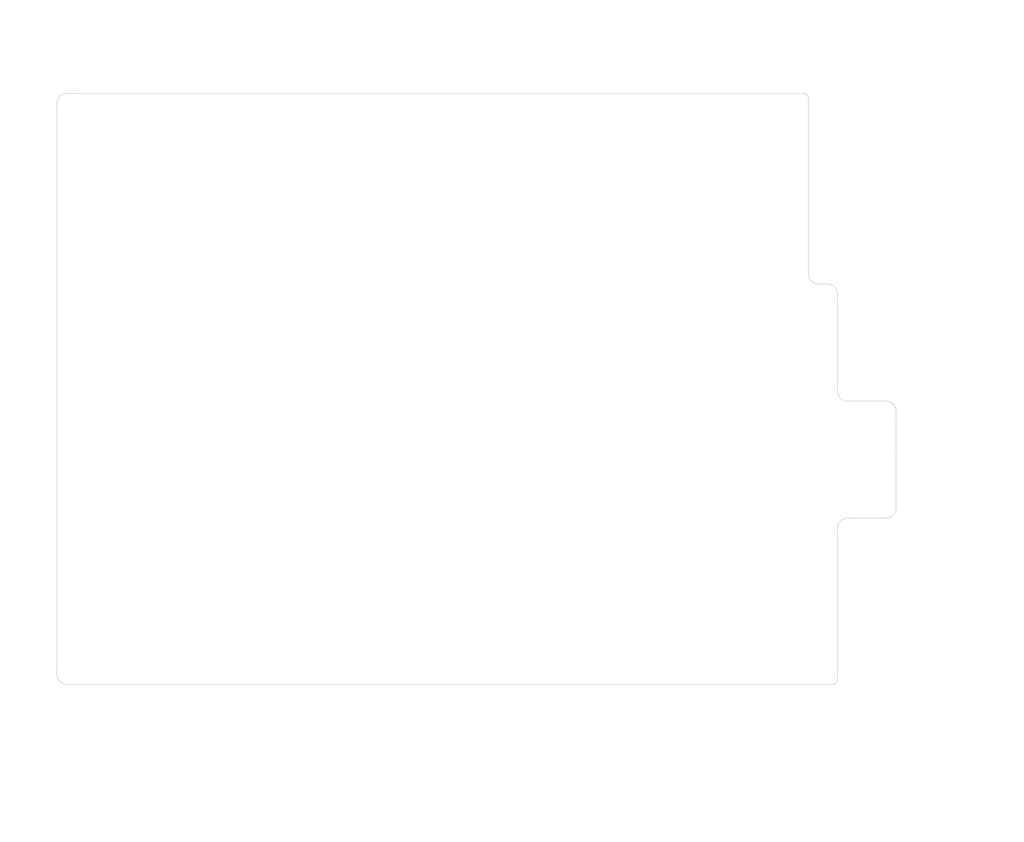
<source format=kicad_pcb>
(kicad_pcb (version 20211014) (generator pcbnew)
  (layers (0 "F.Cu" signal) (31 "B.Cu" signal) (34 "B.Paste" user) (35 "F.Paste" user) (36 "B.SilkS" user "B.Silkscreen") (37 "F.SilkS" user "F.Silkscreen") (38 "B.Mask" user) (39 "F.Mask" user) (44 "Edge.Cuts" user))
  (net 0 "")
  (net 1 "GND")
  (footprint "Mounting_Holes:MountingHole_2.2mm_M2" (layer "F.Cu") (at 138.275 112.325)
    (fp_text reference "REF**" hide)
    (fp_text value "MountingHole_2.2mm_M2" hide)
    (pad "" np_thru_hole circle locked (at 0 0) (size 2.2 2.2) (drill 2.2) (layers *.Cu *.Mask))
  )
  (footprint "Mounting_Holes:MountingHole_2.2mm_M2" (layer "F.Cu") (at 19.65 111.9)
    (fp_text reference "REF**" hide)
    (fp_text value "MountingHole_2.2mm_M2" hide)
    (pad "" np_thru_hole circle locked (at 0 0) (size 2.2 2.2) (drill 2.2) (layers *.Cu *.Mask))
  )
  (footprint "Mounting_Holes:MountingHole_2.2mm_M2" (layer "F.Cu") (at 19.225 70.25)
    (fp_text reference "REF**" hide)
    (fp_text value "MountingHole_2.2mm_M2" hide)
    (pad "" np_thru_hole circle locked (at 0 0) (size 2.2 2.2) (drill 2.2) (layers *.Cu *.Mask))
  )
  (footprint "Mounting_Holes:MountingHole_2.2mm_M2" (layer "F.Cu") (at 19.65 24.575)
    (fp_text reference "REF**" hide)
    (fp_text value "MountingHole_2.2mm_M2" hide)
    (pad "" np_thru_hole circle locked (at 0 0) (size 2.2 2.2) (drill 2.2) (layers *.Cu *.Mask))
  )
  (footprint "Mounting_Holes:MountingHole_2.2mm_M2" (layer "F.Cu") (at 133.525 24.125)
    (fp_text reference "REF**" hide)
    (fp_text value "MountingHole_2.2mm_M2" hide)
    (pad "" np_thru_hole circle locked (at 0 0) (size 2.2 2.2) (drill 2.2) (layers *.Cu *.Mask))
  )
  (gr_line (start 138.05209 50.767818) (end 137.954462 50.672255) (layer "Edge.Cuts") (width 0.1))
  (gr_line (start 16.26622 20.232464) (end 16.145786 20.280179) (layer "Edge.Cuts") (width 0.1))
  (gr_line (start 142.263039 115.677047) (end 142.271628 115.619494) (layer "Edge.Cuts") (width 0.1))
  (gr_line (start 15.747672 115.91456) (end 15.852111 116.001967) (layer "Edge.Cuts") (width 0.1))
  (gr_line (start 15.336244 21.138316) (end 15.296463 21.259553) (layer "Edge.Cuts") (width 0.1))
  (gr_line (start 17.42725 116.330417) (end 18.136582 116.330409) (layer "Edge.Cuts") (width 0.1))
  (gr_line (start 15.561535 115.715265) (end 15.650424 115.818604) (layer "Edge.Cuts") (width 0.1))
  (gr_line (start 149.929491 89.279177) (end 149.989267 89.279177) (layer "Edge.Cuts") (width 0.1))
  (gr_line (start 140.000993 51.179177) (end 139.934145 51.179177) (layer "Edge.Cuts") (width 0.1))
  (gr_line (start 143.035657 89.522876) (end 143.151389 89.457205) (layer "Edge.Cuts") (width 0.1))
  (gr_line (start 144.163619 89.279177) (end 144.219305 89.279177) (layer "Edge.Cuts") (width 0.1))
  (gr_line (start 144.187086 70.229177) (end 144.130961 70.229177) (layer "Edge.Cuts") (width 0.1))
  (gr_line (start 138.862585 51.148675) (end 138.744205 51.126118) (layer "Edge.Cuts") (width 0.1))
  (gr_line (start 151.806322 75.628405) (end 151.806322 74.650241) (layer "Edge.Cuts") (width 0.1))
  (gr_line (start 95.151692 116.329645) (end 105.438438 116.329543) (layer "Edge.Cuts") (width 0.1))
  (gr_line (start 144.540732 70.229177) (end 144.410394 70.229177) (layer "Edge.Cuts") (width 0.1))
  (gr_line (start 145.877663 89.279177) (end 146.335754 89.279177) (layer "Edge.Cuts") (width 0.1))
  (gr_line (start 142.281322 67.150658) (end 142.281322 66.550499) (layer "Edge.Cuts") (width 0.1))
  (gr_line (start 142.971319 69.942757) (end 142.863576 69.860302) (layer "Edge.Cuts") (width 0.1))
  (gr_line (start 138.976252 51.163715) (end 138.862585 51.148675) (layer "Edge.Cuts") (width 0.1))
  (gr_line (start 147.996792 70.229177) (end 147.523393 70.229177) (layer "Edge.Cuts") (width 0.1))
  (gr_line (start 127.055898 20.129177) (end 122.016103 20.129177) (layer "Edge.Cuts") (width 0.1))
  (gr_line (start 15.650424 115.818604) (end 15.747672 115.91456) (layer "Edge.Cuts") (width 0.1))
  (gr_line (start 142.281322 63.62368) (end 142.281322 62.355702) (layer "Edge.Cuts") (width 0.1))
  (gr_line (start 137.613452 50.106484) (end 137.579233 49.985346) (layer "Edge.Cuts") (width 0.1))
  (gr_line (start 136.590408 20.129177) (end 136.446718 20.129177) (layer "Edge.Cuts") (width 0.1))
  (gr_line (start 142.281322 115.338884) (end 142.281322 115.334274) (layer "Edge.Cuts") (width 0.1))
  (gr_line (start 141.90503 116.207614) (end 141.960397 116.169367) (layer "Edge.Cuts") (width 0.1))
  (gr_line (start 151.806322 79.367824) (end 151.806322 78.038392) (layer "Edge.Cuts") (width 0.1))
  (gr_line (start 137.518822 48.43772) (end 137.518822 47.851712) (layer "Edge.Cuts") (width 0.1))
  (gr_line (start 144.244848 70.229177) (end 144.187086 70.229177) (layer "Edge.Cuts") (width 0.1))
  (gr_line (start 137.51823 20.970419) (end 137.516405 20.923125) (layer "Edge.Cuts") (width 0.1))
  (gr_line (start 148.433061 70.229177) (end 147.996792 70.229177) (layer "Edge.Cuts") (width 0.1))
  (gr_line (start 150.707766 89.192707) (end 150.828822 89.149989) (layer "Edge.Cuts") (width 0.1))
  (gr_line (start 32.009482 20.129176) (end 26.898409 20.129176) (layer "Edge.Cuts") (width 0.1))
  (gr_line (start 105.438438 116.329543) (end 114.690722 116.329451) (layer "Edge.Cuts") (width 0.1))
  (gr_line (start 137.505899 20.815023) (end 137.495698 20.756447) (layer "Edge.Cuts") (width 0.1))
  (gr_line (start 150.189722 70.23273) (end 150.097897 70.229888) (layer "Edge.Cuts") (width 0.1))
  (gr_line (start 137.518822 47.851712) (end 137.518822 47.033105) (layer "Edge.Cuts") (width 0.1))
  (gr_line (start 137.518822 44.528531) (end 137.518822 42.814018) (layer "Edge.Cuts") (width 0.1))
  (gr_line (start 138.267578 50.931955) (end 138.156851 50.854774) (layer "Edge.Cuts") (width 0.1))
  (gr_line (start 141.450152 116.328337) (end 141.498553 116.326143) (layer "Edge.Cuts") (width 0.1))
  (gr_line (start 142.284198 90.9116) (end 142.290005 90.810965) (layer "Edge.Cuts") (width 0.1))
  (gr_line (start 151.806322 87.409879) (end 151.806322 87.338959) (layer "Edge.Cuts") (width 0.1))
  (gr_line (start 137.516405 20.923125) (end 137.512548 20.870954) (layer "Edge.Cuts") (width 0.1))
  (gr_line (start 16.438868 116.276036) (end 16.557423 116.299001) (layer "Edge.Cuts") (width 0.1))
  (gr_line (start 16.557423 116.299001) (end 16.671374 116.314375) (layer "Edge.Cuts") (width 0.1))
  (gr_line (start 142.668993 69.669074) (end 142.584488 69.562635) (layer "Edge.Cuts") (width 0.1))
  (gr_line (start 150.828822 89.149989) (end 150.947817 89.09521) (layer "Edge.Cuts") (width 0.1))
  (gr_line (start 142.281322 68.112156) (end 142.281322 67.904006) (layer "Edge.Cuts") (width 0.1))
  (gr_line (start 15.219375 106.285287) (end 15.219375 109.322761) (layer "Edge.Cuts") (width 0.1))
  (gr_line (start 143.443472 70.160766) (end 143.322207 70.123819) (layer "Edge.Cuts") (width 0.1))
  (gr_line (start 151.801206 71.814957) (end 151.793239 71.710008) (layer "Edge.Cuts") (width 0.1))
  (gr_line (start 151.414256 70.784212) (end 151.320429 70.684966) (layer "Edge.Cuts") (width 0.1))
  (gr_line (start 142.721579 89.781216) (end 142.819585 89.686049) (layer "Edge.Cuts") (width 0.1))
  (gr_line (start 15.219375 24.066457) (end 15.219375 25.798074) (layer "Edge.Cuts") (width 0.1))
  (gr_line (start 144.844896 89.279177) (end 145.118388 89.279177) (layer "Edge.Cuts") (width 0.1))
  (gr_line (start 137.518822 36.641593) (end 137.518822 34.513916) (layer "Edge.Cuts") (width 0.1))
  (gr_line (start 142.281322 53.637809) (end 142.281322 53.384029) (layer "Edge.Cuts") (width 0.1))
  (gr_line (start 139.339089 51.179177) (end 139.266623 51.17897) (layer "Edge.Cuts") (width 0.1))
  (gr_line (start 142.186692 52.25187) (end 142.14151 52.131074) (layer "Edge.Cuts") (width 0.1))
  (gr_line (start 26.898409 20.129176) (end 23.121398 20.129176) (layer "Edge.Cuts") (width 0.1))
  (gr_line (start 142.281322 55.206594) (end 142.281322 54.521611) (layer "Edge.Cuts") (width 0.1))
  (gr_line (start 151.729234 71.359555) (end 151.689454 71.238317) (layer "Edge.Cuts") (width 0.1))
  (gr_line (start 142.278631 52.816291) (end 142.273029 52.716131) (layer "Edge.Cuts") (width 0.1))
  (gr_line (start 15.21947 21.893641) (end 15.219375 21.963463) (layer "Edge.Cuts") (width 0.1))
  (gr_line (start 137.518822 42.814018) (end 137.518822 40.873472) (layer "Edge.Cuts") (width 0.1))
  (gr_line (start 16.733796 20.139241) (end 16.623496 20.150947) (layer "Edge.Cuts") (width 0.1))
  (gr_line (start 146.068375 70.229177) (end 145.634417 70.229177) (layer "Edge.Cuts") (width 0.1))
  (gr_line (start 137.518822 34.513916) (end 137.518822 28.487518) (layer "Edge.Cuts") (width 0.1))
  (gr_line (start 151.798406 87.737078) (end 151.803808 87.637398) (layer "Edge.Cuts") (width 0.1))
  (gr_line (start 141.417041 51.36016) (end 141.297899 51.305992) (layer "Edge.Cuts") (width 0.1))
  (gr_line (start 16.835976 20.132729) (end 16.733796 20.139241) (layer "Edge.Cuts") (width 0.1))
  (gr_line (start 142.584488 69.562635) (end 142.510064 69.450536) (layer "Edge.Cuts") (width 0.1))
  (gr_line (start 15.219375 22.969105) (end 15.219375 24.066457) (layer "Edge.Cuts") (width 0.1))
  (gr_line (start 142.631817 89.883881) (end 142.721579 89.781216) (layer "Edge.Cuts") (width 0.1))
  (gr_line (start 139.508326 51.179177) (end 139.4782 51.179177) (layer "Edge.Cuts") (width 0.1))
  (gr_line (start 137.579233 49.985346) (end 137.554452 49.8661) (layer "Edge.Cuts") (width 0.1))
  (gr_line (start 142.281322 66.550499) (end 142.281322 65.76471) (layer "Edge.Cuts") (width 0.1))
  (gr_line (start 150.402202 70.250949) (end 150.291901 70.239242) (layer "Edge.Cuts") (width 0.1))
  (gr_line (start 137.518822 49.311621) (end 137.518822 49.228079) (layer "Edge.Cuts") (width 0.1))
  (gr_line (start 84.252572 116.329753) (end 95.151692 116.329645) (layer "Edge.Cuts") (width 0.1))
  (gr_line (start 137.518822 49.08311) (end 137.518822 48.833921) (layer "Edge.Cuts") (width 0.1))
  (gr_line (start 15.278359 115.130666) (end 15.31208 115.251764) (layer "Edge.Cuts") (width 0.1))
  (gr_line (start 146.540388 70.229177) (end 146.068375 70.229177) (layer "Edge.Cuts") (width 0.1))
  (gr_line (start 142.282509 68.54371) (end 142.281399 68.460957) (layer "Edge.Cuts") (width 0.1))
  (gr_line (start 151.806322 72.126166) (end 151.806322 72.063016) (layer "Edge.Cuts") (width 0.1))
  (gr_line (start 151.612198 88.43986) (end 151.669012 88.321381) (layer "Edge.Cuts") (width 0.1))
  (gr_line (start 142.510064 69.450536) (end 142.446889 69.333945) (layer "Edge.Cuts") (width 0.1))
  (gr_line (start 142.281322 53.04541) (end 142.28132 52.981882) (layer "Edge.Cuts") (width 0.1))
  (gr_line (start 151.173595 88.950716) (end 151.278033 88.86331) (layer "Edge.Cuts") (width 0.1))
  (gr_line (start 143.151389 89.457205) (end 143.270673 89.403649) (layer "Edge.Cuts") (width 0.1))
  (gr_line (start 151.806322 86.80529) (end 151.806322 86.428829) (layer "Edge.Cuts") (width 0.1))
  (gr_line (start 23.121398 20.129176) (end 20.473628 20.129176) (layer "Edge.Cuts") (width 0.1))
  (gr_line (start 15.219375 22.069525) (end 15.219375 22.3541) (layer "Edge.Cuts") (width 0.1))
  (gr_line (start 142.281322 54.521611) (end 142.281322 54.007843) (layer "Edge.Cuts") (width 0.1))
  (gr_line (start 137.954462 50.672255) (end 137.865136 50.569252) (layer "Edge.Cuts") (width 0.1))
  (gr_line (start 138.156851 50.854774) (end 138.05209 50.767818) (layer "Edge.Cuts") (width 0.1))
  (gr_line (start 141.935009 51.789102) (end 141.845683 51.686099) (layer "Edge.Cuts") (width 0.1))
  (gr_line (start 151.806322 76.774852) (end 151.806322 75.628405) (layer "Edge.Cuts") (width 0.1))
  (gr_line (start 15.91482 20.411798) (end 15.806784 20.493771) (layer "Edge.Cuts") (width 0.1))
  (gr_line (start 137.518822 49.228079) (end 137.518822 49.08311) (layer "Edge.Cuts") (width 0.1))
  (gr_line (start 140.989306 116.32919) (end 141.294712 116.329187) (layer "Edge.Cuts") (width 0.1))
  (gr_line (start 142.327652 68.972413) (end 142.307215 68.855053) (layer "Edge.Cuts") (width 0.1))
  (gr_line (start 144.366277 89.279177) (end 144.480118 89.279177) (layer "Edge.Cuts") (width 0.1))
  (gr_line (start 15.219375 96.990726) (end 15.219375 102.222549) (layer "Edge.Cuts") (width 0.1))
  (gr_line (start 151.806322 86.428829) (end 151.806322 85.907283) (layer "Edge.Cuts") (width 0.1))
  (gr_line (start 142.281322 68.392268) (end 142.281322 68.328807) (layer "Edge.Cuts") (width 0.1))
  (gr_line (start 21.647726 116.330375) (end 24.875384 116.330343) (layer "Edge.Cuts") (width 0.1))
  (gr_line (start 151.278033 88.86331) (end 151.375279 88.767353) (layer "Edge.Cuts") (width 0.1))
  (gr_line (start 142.281322 113.563018) (end 142.281322 112.593802) (layer "Edge.Cuts") (width 0.1))
  (gr_line (start 141.608146 116.314418) (end 141.667109 116.303368) (layer "Edge.Cuts") (width 0.1))
  (gr_line (start 143.679848 70.206669) (end 143.56343 70.187875) (layer "Edge.Cuts") (width 0.1))
  (gr_line (start 15.296463 21.259553) (end 15.266921 21.380071) (layer "Edge.Cuts") (width 0.1))
  (gr_line (start 137.658635 50.22728) (end 137.613452 50.106484) (layer "Edge.Cuts") (width 0.1))
  (gr_line (start 142.28132 115.431615) (end 142.281322 115.400657) (layer "Edge.Cuts") (width 0.1))
  (gr_line (start 29.36833 116.330298) (end 35.339487 116.330239) (layer "Edge.Cuts") (width 0.1))
  (gr_line (start 151.806322 72.063016) (end 151.806227 71.993642) (layer "Edge.Cuts") (width 0.1))
  (gr_line (start 142.262557 52.607373) (end 142.245693 52.492254) (layer "Edge.Cuts") (width 0.1))
  (gr_line (start 142.281322 99.485591) (end 142.281322 97.554205) (layer "Edge.Cuts") (width 0.1))
  (gr_line (start 15.219375 52.769167) (end 15.219375 60.174272) (layer "Edge.Cuts") (width 0.1))
  (gr_line (start 150.638224 70.296037) (end 150.518388 70.269372) (layer "Edge.Cuts") (width 0.1))
  (gr_line (start 140.06395 51.179177) (end 140.000993 51.179177) (layer "Edge.Cuts") (width 0.1))
  (gr_line (start 142.307215 68.855053) (end 142.293894 68.742993) (layer "Edge.Cuts") (width 0.1))
  (gr_line (start 142.281322 115.239866) (end 142.281322 115.068826) (layer "Edge.Cuts") (width 0.1))
  (gr_line (start 142.281322 114.271317) (end 142.281322 113.563018) (layer "Edge.Cuts") (width 0.1))
  (gr_line (start 142.281322 115.400657) (end 142.281322 115.376839) (layer "Edge.Cuts") (width 0.1))
  (gr_line (start 142.281813 91.001514) (end 142.284198 90.9116) (layer "Edge.Cuts") (width 0.1))
  (gr_line (start 137.554452 49.8661) (end 137.537588 49.750981) (layer "Edge.Cuts") (width 0.1))
  (gr_line (start 151.806322 87.473098) (end 151.806322 87.409879) (layer "Edge.Cuts") (width 0.1))
  (gr_line (start 142.281322 68.244596) (end 142.281322 68.112156) (layer "Edge.Cuts") (width 0.1))
  (gr_line (start 150.468289 89.247753) (end 150.586843 89.224788) (layer "Edge.Cuts") (width 0.1))
  (gr_line (start 136.582546 116.329234) (end 138.845205 116.329211) (layer "Edge.Cuts") (width 0.1))
  (gr_line (start 151.574174 71.00219) (end 151.499227 70.890342) (layer "Edge.Cuts") (width 0.1))
  (gr_line (start 137.518822 26.644226) (end 137.518822 25.065867) (layer "Edge.Cuts") (width 0.1))
  (gr_line (start 144.952924 70.229177) (end 144.717816 70.229177) (layer "Edge.Cuts") (width 0.1))
  (gr_line (start 142.281322 91.997078) (end 142.281322 91.609098) (layer "Edge.Cuts") (width 0.1))
  (gr_line (start 137.537588 49.750981) (end 137.527116 49.642224) (layer "Edge.Cuts") (width 0.1))
  (gr_line (start 18.136582 116.330409) (end 19.472433 116.330396) (layer "Edge.Cuts") (width 0.1))
  (gr_line (start 140.717175 51.185592) (end 140.619639 51.181015) (layer "Edge.Cuts") (width 0.1))
  (gr_line (start 150.759477 70.332465) (end 150.638224 70.296037) (layer "Edge.Cuts") (width 0.1))
  (gr_line (start 15.219375 114.448274) (end 15.219376 114.524341) (layer "Edge.Cuts") (width 0.1))
  (gr_line (start 140.205713 51.179177) (end 140.167848 51.179177) (layer "Edge.Cuts") (width 0.1))
  (gr_line (start 142.281399 68.460957) (end 142.281322 68.392268) (layer "Edge.Cuts") (width 0.1))
  (gr_line (start 151.806322 87.338959) (end 151.806322 87.232875) (layer "Edge.Cuts") (width 0.1))
  (gr_line (start 15.962573 116.079656) (end 16.077891 116.14646) (layer "Edge.Cuts") (width 0.1))
  (gr_line (start 136.668238 20.129571) (end 136.628356 20.129189) (layer "Edge.Cuts") (width 0.1))
  (gr_line (start 140.461056 51.179177) (end 140.403387 51.179177) (layer "Edge.Cuts") (width 0.1))
  (gr_line (start 142.280887 52.90562) (end 142.278631 52.816291) (layer "Edge.Cuts") (width 0.1))
  (gr_line (start 15.413502 115.491109) (end 15.482171 115.60571) (layer "Edge.Cuts") (width 0.1))
  (gr_line (start 142.281322 62.355702) (end 142.281322 61.02435) (layer "Edge.Cuts") (width 0.1))
  (gr_line (start 136.938776 20.163322) (end 136.878903 20.149791) (layer "Edge.Cuts") (width 0.1))
  (gr_line (start 136.820797 20.140411) (end 136.765574 20.134421) (layer "Edge.Cuts") (width 0.1))
  (gr_line (start 15.526471 20.790341) (end 15.451524 20.902189) (layer "Edge.Cuts") (width 0.1))
  (gr_line (start 142.273029 52.716131) (end 142.262557 52.607373) (layer "Edge.Cuts") (width 0.1))
  (gr_line (start 142.281322 115.33109) (end 142.281322 115.313649) (layer "Edge.Cuts") (width 0.1))
  (gr_line (start 144.410394 70.229177) (end 144.315525 70.229177) (layer "Edge.Cuts") (width 0.1))
  (gr_line (start 151.771695 87.960323) (end 151.788209 87.845465) (layer "Edge.Cuts") (width 0.1))
  (gr_line (start 137.518822 22.853899) (end 137.518822 22.154306) (layer "Edge.Cuts") (width 0.1))
  (gr_line (start 137.518822 23.810469) (end 137.518822 22.853899) (layer "Edge.Cuts") (width 0.1))
  (gr_line (start 147.314951 89.279177) (end 147.798463 89.279177) (layer "Edge.Cuts") (width 0.1))
  (gr_line (start 143.322207 70.123819) (end 143.201871 70.075509) (layer "Edge.Cuts") (width 0.1))
  (gr_line (start 151.63793 71.118588) (end 151.574174 71.00219) (layer "Edge.Cuts") (width 0.1))
  (gr_line (start 142.281322 54.007843) (end 142.281322 53.637809) (layer "Edge.Cuts") (width 0.1))
  (gr_line (start 140.403387 51.179177) (end 140.358076 51.179177) (layer "Edge.Cuts") (width 0.1))
  (gr_line (start 150.062456 89.278935) (end 150.149187 89.277196) (layer "Edge.Cuts") (width 0.1))
  (gr_line (start 15.254003 115.011569) (end 15.278359 115.130666) (layer "Edge.Cuts") (width 0.1))
  (gr_line (start 137.519257 49.452734) (end 137.518824 49.376472) (layer "Edge.Cuts") (width 0.1))
  (gr_line (start 142.281322 91.143455) (end 142.281326 91.078471) (layer "Edge.Cuts") (width 0.1))
  (gr_line (start 15.852111 116.001967) (end 15.962573 116.079656) (layer "Edge.Cuts") (width 0.1))
  (gr_line (start 141.297899 51.305992) (end 141.176797 51.263833) (layer "Edge.Cuts") (width 0.1))
  (gr_line (start 142.343182 90.467077) (end 142.377906 90.345903) (layer "Edge.Cuts") (width 0.1))
  (gr_line (start 15.219375 21.963463) (end 15.219375 22.069525) (layer "Edge.Cuts") (width 0.1))
  (gr_line (start 15.219375 25.798074) (end 15.219375 28.315871) (layer "Edge.Cuts") (width 0.1))
  (gr_line (start 137.404654 20.517808) (end 137.367508 20.461858) (layer "Edge.Cuts") (width 0.1))
  (gr_line (start 15.356688 115.372629) (end 15.413502 115.491109) (layer "Edge.Cuts") (width 0.1))
  (gr_line (start 143.744181 89.294067) (end 143.8505 89.285275) (layer "Edge.Cuts") (width 0.1))
  (gr_line (start 139.799152 51.179177) (end 139.736195 51.179177) (layer "Edge.Cuts") (width 0.1))
  (gr_line (start 137.527116 49.642224) (end 137.521514 49.542063) (layer "Edge.Cuts") (width 0.1))
  (gr_line (start 145.465639 89.279177) (end 145.877663 89.279177) (layer "Edge.Cuts") (width 0.1))
  (gr_line (start 137.518822 28.487518) (end 137.518822 26.644226) (layer "Edge.Cuts") (width 0.1))
  (gr_line (start 15.219375 112.929587) (end 15.219375 113.802773) (layer "Edge.Cuts") (width 0.1))
  (gr_line (start 137.518822 21.046171) (end 137.518784 21.011722) (layer "Edge.Cuts") (width 0.1))
  (gr_line (start 143.947526 89.280878) (end 144.033025 89.279353) (layer "Edge.Cuts") (width 0.1))
  (gr_line (start 136.999301 20.181763) (end 136.938776 20.163322) (layer "Edge.Cuts") (width 0.1))
  (gr_line (start 150.247227 89.272434) (end 150.354339 89.263128) (layer "Edge.Cuts") (width 0.1))
  (gr_line (start 142.281322 56.089256) (end 142.281322 55.206594) (layer "Edge.Cuts") (width 0.1))
  (gr_line (start 15.219759 114.599903) (end 15.22189 114.688643) (layer "Edge.Cuts") (width 0.1))
  (gr_line (start 137.495698 20.756447) (end 137.481185 20.696341) (layer "Edge.Cuts") (width 0.1))
  (gr_line (start 141.532567 51.426399) (end 141.417041 51.36016) (layer "Edge.Cuts") (width 0.1))
  (gr_line (start 150.518388 70.269372) (end 150.402202 70.250949) (layer "Edge.Cuts") (width 0.1))
  (gr_line (start 15.219375 40.317677) (end 15.219375 46.050301) (layer "Edge.Cuts") (width 0.1))
  (gr_line (start 142.012816 116.126216) (end 142.061705 116.078742) (layer "Edge.Cuts") (width 0.1))
  (gr_line (start 16.077891 116.14646) (end 16.196887 116.201239) (layer "Edge.Cuts") (width 0.1))
  (gr_line (start 141.727364 116.287845) (end 141.787795 116.267091) (layer "Edge.Cuts") (width 0.1))
  (gr_line (start 142.281322 68.328807) (end 142.281322 68.244596) (layer "Edge.Cuts") (width 0.1))
  (gr_line (start 141.176797 51.263833) (end 141.055939 51.232236) (layer "Edge.Cuts") (width 0.1))
  (gr_line (start 151.806322 87.232875) (end 151.806322 87.064145) (layer "Edge.Cuts") (width 0.1))
  (gr_line (start 142.281322 115.34689) (end 142.281322 115.338884) (layer "Edge.Cuts") (width 0.1))
  (gr_line (start 142.28132 52.981882) (end 142.280887 52.90562) (layer "Edge.Cuts") (width 0.1))
  (gr_line (start 143.985508 70.228389) (end 143.893122 70.225402) (layer "Edge.Cuts") (width 0.1))
  (gr_line (start 140.291819 51.179177) (end 140.264522 51.179177) (layer "Edge.Cuts") (width 0.1))
  (gr_line (start 16.671374 116.314375) (end 16.778488 116.32368) (layer "Edge.Cuts") (width 0.1))
  (gr_line (start 151.806322 83.239447) (end 151.806322 82.019554) (layer "Edge.Cuts") (width 0.1))
  (gr_line (start 140.533521 51.179384) (end 140.461056 51.179177) (layer "Edge.Cuts") (width 0.1))
  (gr_line (start 137.518822 45.939107) (end 137.518822 44.528531) (layer "Edge.Cuts") (width 0.1))
  (gr_line (start 16.196887 116.201239) (end 16.317945 116.243957) (layer "Edge.Cuts") (width 0.1))
  (gr_line (start 138.623347 51.094521) (end 138.502245 51.052362) (layer "Edge.Cuts") (width 0.1))
  (gr_line (start 144.104764 89.279177) (end 144.163619 89.279177) (layer "Edge.Cuts") (width 0.1))
  (gr_line (start 146.821115 89.279177) (end 147.314951 89.279177) (layer "Edge.Cuts") (width 0.1))
  (gr_line (start 140.120423 51.179177) (end 140.06395 51.179177) (layer "Edge.Cuts") (width 0.1))
  (gr_line (start 15.219375 90.655563) (end 15.219375 96.990726) (layer "Edge.Cuts") (width 0.1))
  (gr_line (start 136.628356 20.129189) (end 136.590408 20.129177) (layer "Edge.Cuts") (width 0.1))
  (gr_line (start 151.758777 71.480072) (end 151.729234 71.359555) (layer "Edge.Cuts") (width 0.1))
  (gr_line (start 137.518822 22.154306) (end 137.518822 21.669837) (layer "Edge.Cuts") (width 0.1))
  (gr_line (start 145.634417 70.229177) (end 145.257311 70.229177) (layer "Edge.Cuts") (width 0.1))
  (gr_line (start 139.679721 51.179177) (end 139.632297 51.179177) (layer "Edge.Cuts") (width 0.1))
  (gr_line (start 24.875384 116.330343) (end 29.36833 116.330298) (layer "Edge.Cuts") (width 0.1))
  (gr_line (start 141.643294 51.50358) (end 141.532567 51.426399) (layer "Edge.Cuts") (width 0.1))
  (gr_line (start 143.79049 70.21867) (end 143.679848 70.206669) (layer "Edge.Cuts") (width 0.1))
  (gr_line (start 142.281322 65.76471) (end 142.281322 64.777083) (layer "Edge.Cuts") (width 0.1))
  (gr_line (start 15.227292 114.788323) (end 15.237489 114.89671) (layer "Edge.Cuts") (width 0.1))
  (gr_line (start 137.512548 20.870954) (end 137.505899 20.815023) (layer "Edge.Cuts") (width 0.1))
  (gr_line (start 140.823893 51.194639) (end 140.717175 51.185592) (layer "Edge.Cuts") (width 0.1))
  (gr_line (start 150.354339 89.263128) (end 150.468289 89.247753) (layer "Edge.Cuts") (width 0.1))
  (gr_line (start 144.635898 89.279177) (end 144.844896 89.279177) (layer "Edge.Cuts") (width 0.1))
  (gr_line (start 149.989267 89.279177) (end 150.062456 89.278935) (layer "Edge.Cuts") (width 0.1))
  (gr_line (start 142.220912 52.373008) (end 142.186692 52.25187) (layer "Edge.Cuts") (width 0.1))
  (gr_line (start 15.219375 75.842894) (end 15.219375 83.506261) (layer "Edge.Cuts") (width 0.1))
  (gr_line (start 149.839715 70.229177) (end 149.768112 70.229177) (layer "Edge.Cuts") (width 0.1))
  (gr_line (start 149.671762 70.229177) (end 149.539389 70.229177) (layer "Edge.Cuts") (width 0.1))
  (gr_line (start 18.750277 20.129176) (end 17.746526 20.129176) (layer "Edge.Cuts") (width 0.1))
  (gr_line (start 142.395972 69.214091) (end 142.35673 69.092837) (layer "Edge.Cuts") (width 0.1))
  (gr_line (start 16.02821 20.340211) (end 15.91482 20.411798) (layer "Edge.Cuts") (width 0.1))
  (gr_line (start 140.619639 51.181015) (end 140.533521 51.179384) (layer "Edge.Cuts") (width 0.1))
  (gr_line (start 151.806322 85.213171) (end 151.806322 84.320422) (layer "Edge.Cuts") (width 0.1))
  (gr_line (start 142.281322 111.322755) (end 142.281322 109.72942) (layer "Edge.Cuts") (width 0.1))
  (gr_line (start 142.181369 115.916211) (end 142.210316 115.857273) (layer "Edge.Cuts") (width 0.1))
  (gr_line (start 142.271628 115.619494) (end 142.276991 115.565059) (layer "Edge.Cuts") (width 0.1))
  (gr_line (start 15.219375 60.174272) (end 15.219375 67.965539) (layer "Edge.Cuts") (width 0.1))
  (gr_line (start 16.317945 116.243957) (end 16.438868 116.276036) (layer "Edge.Cuts") (width 0.1))
  (gr_line (start 140.236878 51.179177) (end 140.205713 51.179177) (layer "Edge.Cuts") (width 0.1))
  (gr_line (start 150.149187 89.277196) (end 150.247227 89.272434) (layer "Edge.Cuts") (width 0.1))
  (gr_line (start 146.335754 89.279177) (end 146.821115 89.279177) (layer "Edge.Cuts") (width 0.1))
  (gr_line (start 15.387768 21.018586) (end 15.336244 21.138316) (layer "Edge.Cuts") (width 0.1))
  (gr_line (start 141.407501 116.329098) (end 141.450152 116.328337) (layer "Edge.Cuts") (width 0.1))
  (gr_line (start 17.746526 20.129176) (end 17.257553 20.129176) (layer "Edge.Cuts") (width 0.1))
  (gr_line (start 135.996709 20.129177) (end 135.036502 20.129177) (layer "Edge.Cuts") (width 0.1))
  (gr_line (start 17.078538 20.129176) (end 17.007035 20.129193) (layer "Edge.Cuts") (width 0.1))
  (gr_line (start 15.219375 114.258363) (end 15.219375 114.448274) (layer "Edge.Cuts") (width 0.1))
  (gr_line (start 15.224492 21.714955) (end 15.22067 21.810245) (layer "Edge.Cuts") (width 0.1))
  (gr_line (start 151.806322 73.874224) (end 151.806322 73.282485) (layer "Edge.Cuts") (width 0.1))
  (gr_line (start 142.281322 114.759615) (end 142.281322 114.271317) (layer "Edge.Cuts") (width 0.1))
  (gr_line (start 143.512604 89.330928) (end 143.630804 89.308776) (layer "Edge.Cuts") (width 0.1))
  (gr_line (start 142.863576 69.860302) (end 142.762412 69.768686) (layer "Edge.Cuts") (width 0.1))
  (gr_line (start 142.281322 115.313649) (end 142.281322 115.239866) (layer "Edge.Cuts") (width 0.1))
  (gr_line (start 151.793239 71.710008) (end 151.779604 71.597635) (layer "Edge.Cuts") (width 0.1))
  (gr_line (start 142.276991 115.565059) (end 142.279888 115.514858) (layer "Edge.Cuts") (width 0.1))
  (gr_line (start 15.219376 114.524341) (end 15.219759 114.599903) (layer "Edge.Cuts") (width 0.1))
  (gr_line (start 17.007035 20.129193) (end 16.9278 20.129887) (layer "Edge.Cuts") (width 0.1))
  (gr_line (start 151.779604 71.597635) (end 151.758777 71.480072) (layer "Edge.Cuts") (width 0.1))
  (gr_line (start 142.233143 115.797052) (end 142.250464 115.736605) (layer "Edge.Cuts") (width 0.1))
  (gr_line (start 142.281322 112.593802) (end 142.281322 111.322755) (layer "Edge.Cuts") (width 0.1))
  (gr_line (start 142.281322 64.777083) (end 142.281322 63.62368) (layer "Edge.Cuts") (width 0.1))
  (gr_line (start 142.281322 115.35923) (end 142.281322 115.34689) (layer "Edge.Cuts") (width 0.1))
  (gr_line (start 151.803808 87.637398) (end 151.805939 87.54866) (layer "Edge.Cuts") (width 0.1))
  (gr_line (start 56.291979 20.129176) (end 46.87138 20.129176) (layer "Edge.Cuts") (width 0.1))
  (gr_line (start 142.281322 92.572763) (end 142.281322 91.997078) (layer "Edge.Cuts") (width 0.1))
  (gr_line (start 15.219375 28.315871) (end 15.219375 35.771767) (layer "Edge.Cuts") (width 0.1))
  (gr_line (start 15.31208 115.251764) (end 15.356688 115.372629) (layer "Edge.Cuts") (width 0.1))
  (gr_line (start 148.999334 89.279177) (end 149.265983 89.279177) (layer "Edge.Cuts") (width 0.1))
  (gr_line (start 137.518822 47.033105) (end 137.518822 45.939107) (layer "Edge.Cuts") (width 0.1))
  (gr_line (start 137.518822 21.178866) (end 137.518822 21.08866) (layer "Edge.Cuts") (width 0.1))
  (gr_line (start 137.518822 21.669837) (end 137.518822 21.358641) (layer "Edge.Cuts") (width 0.1))
  (gr_line (start 137.716056 50.345596) (end 137.658635 50.22728) (layer "Edge.Cuts") (width 0.1))
  (gr_line (start 139.632297 51.179177) (end 139.594432 51.179177) (layer "Edge.Cuts") (width 0.1))
  (gr_line (start 149.265983 89.279177) (end 149.469246 89.279177) (layer "Edge.Cuts") (width 0.1))
  (gr_line (start 142.762412 69.768686) (end 142.668993 69.669074) (layer "Edge.Cuts") (width 0.1))
  (gr_line (start 19.472433 116.330396) (end 21.647726 116.330375) (layer "Edge.Cuts") (width 0.1))
  (gr_line (start 144.315525 70.229177) (end 144.244848 70.229177) (layer "Edge.Cuts") (width 0.1))
  (gr_line (start 142.281322 53.219022) (end 142.281322 53.115309) (layer "Edge.Cuts") (width 0.1))
  (gr_line (start 151.806322 73.282485) (end 151.806322 72.847545) (layer "Edge.Cuts") (width 0.1))
  (gr_line (start 16.387473 20.196036) (end 16.26622 20.232464) (layer "Edge.Cuts") (width 0.1))
  (gr_line (start 15.22189 114.688643) (end 15.227292 114.788323) (layer "Edge.Cuts") (width 0.1))
  (gr_line (start 142.281322 59.680828) (end 142.281322 58.376336) (layer "Edge.Cuts") (width 0.1))
  (gr_line (start 150.291901 70.239242) (end 150.189722 70.23273) (layer "Edge.Cuts") (width 0.1))
  (gr_line (start 144.065413 70.229152) (end 143.985508 70.228389) (layer "Edge.Cuts") (width 0.1))
  (gr_line (start 122.016103 20.129177) (end 115.447161 20.129177) (layer "Edge.Cuts") (width 0.1))
  (gr_line (start 140.358076 51.179177) (end 140.321945 51.179177) (layer "Edge.Cuts") (width 0.1))
  (gr_line (start 143.084473 70.014882) (end 142.971319 69.942757) (layer "Edge.Cuts") (width 0.1))
  (gr_line (start 141.845683 51.686099) (end 141.748055 51.590536) (layer "Edge.Cuts") (width 0.1))
  (gr_line (start 16.50731 20.169371) (end 16.387473 20.196036) (layer "Edge.Cuts") (width 0.1))
  (gr_line (start 151.788209 87.845465) (end 151.798406 87.737078) (layer "Edge.Cuts") (width 0.1))
  (gr_line (start 15.611442 20.684211) (end 15.526471 20.790341) (layer "Edge.Cuts") (width 0.1))
  (gr_line (start 16.145786 20.280179) (end 16.02821 20.340211) (layer "Edge.Cuts") (width 0.1))
  (gr_line (start 15.246094 21.497634) (end 15.232458 21.610007) (layer "Edge.Cuts") (width 0.1))
  (gr_line (start 149.539389 70.229177) (end 149.359714 70.229177) (layer "Edge.Cuts") (width 0.1))
  (gr_line (start 142.281322 115.334274) (end 142.281322 115.332123) (layer "Edge.Cuts") (width 0.1))
  (gr_line (start 142.281322 95.85288) (end 142.281322 94.458427) (layer "Edge.Cuts") (width 0.1))
  (gr_line (start 140.264522 51.179177) (end 140.236878 51.179177) (layer "Edge.Cuts") (width 0.1))
  (gr_line (start 73.163167 116.329863) (end 84.252572 116.329753) (layer "Edge.Cuts") (width 0.1))
  (gr_line (start 144.130961 70.229177) (end 144.065413 70.229152) (layer "Edge.Cuts") (width 0.1))
  (gr_line (start 42.974119 116.330163) (end 52.101852 116.330072) (layer "Edge.Cuts") (width 0.1))
  (gr_line (start 149.95379 70.229177) (end 149.897848 70.229177) (layer "Edge.Cuts") (width 0.1))
  (gr_line (start 15.219375 35.771767) (end 15.219375 40.317677) (layer "Edge.Cuts") (width 0.1))
  (gr_line (start 142.279888 115.514858) (end 142.281077 115.470005) (layer "Edge.Cuts") (width 0.1))
  (gr_line (start 142.250464 115.736605) (end 142.263039 115.677047) (layer "Edge.Cuts") (width 0.1))
  (gr_line (start 139.4782 51.179177) (end 139.442069 51.179177) (layer "Edge.Cuts") (width 0.1))
  (gr_line (start 137.518822 21.08866) (end 137.518822 21.046171) (layer "Edge.Cuts") (width 0.1))
  (gr_line (start 133.243508 116.329267) (end 136.582546 116.329234) (layer "Edge.Cuts") (width 0.1))
  (gr_line (start 151.464167 88.664015) (end 151.54353 88.554461) (layer "Edge.Cuts") (width 0.1))
  (gr_line (start 15.219375 46.050301) (end 15.219375 52.769167) (layer "Edge.Cuts") (width 0.1))
  (gr_line (start 77.132652 20.129176) (end 66.514364 20.129176) (layer "Edge.Cuts") (width 0.1))
  (gr_line (start 142.146564 115.973158) (end 142.181369 115.916211) (layer "Edge.Cuts") (width 0.1))
  (gr_line (start 142.281322 57.162078) (end 142.281322 56.089256) (layer "Edge.Cuts") (width 0.1))
  (gr_line (start 143.8505 89.285275) (end 143.947526 89.280878) (layer "Edge.Cuts") (width 0.1))
  (gr_line (start 137.117958 20.236135) (end 137.059363 20.205875) (layer "Edge.Cuts") (width 0.1))
  (gr_line (start 144.283098 89.279177) (end 144.366277 89.279177) (layer "Edge.Cuts") (width 0.1))
  (gr_line (start 15.219375 83.506261) (end 15.219375 90.655563) (layer "Edge.Cuts") (width 0.1))
  (gr_line (start 149.811498 89.279177) (end 149.873994 89.279177) (layer "Edge.Cuts") (width 0.1))
  (gr_line (start 151.747339 88.079419) (end 151.771695 87.960323) (layer "Edge.Cuts") (width 0.1))
  (gr_line (start 142.281322 115.068826) (end 142.281322 114.759615) (layer "Edge.Cuts") (width 0.1))
  (gr_line (start 151.806322 72.338139) (end 151.806322 72.208714) (layer "Edge.Cuts") (width 0.1))
  (gr_line (start 87.740958 20.129176) (end 77.132652 20.129176) (layer "Edge.Cuts") (width 0.1))
  (gr_line (start 143.201871 70.075509) (end 143.084473 70.014882) (layer "Edge.Cuts") (width 0.1))
  (gr_line (start 142.924666 89.599546) (end 143.035657 89.522876) (layer "Edge.Cuts") (width 0.1))
  (gr_line (start 15.232458 21.610007) (end 15.224492 21.714955) (layer "Edge.Cuts") (width 0.1))
  (gr_line (start 137.518824 49.376472) (end 137.518822 49.311621) (layer "Edge.Cuts") (width 0.1))
  (gr_line (start 142.281077 115.470005) (end 142.28132 115.431615) (layer "Edge.Cuts") (width 0.1))
  (gr_line (start 142.446889 69.333945) (end 142.395972 69.214091) (layer "Edge.Cuts") (width 0.1))
  (gr_line (start 136.714349 20.131061) (end 136.668238 20.129571) (layer "Edge.Cuts") (width 0.1))
  (gr_line (start 140.937559 51.209679) (end 140.823893 51.194639) (layer "Edge.Cuts") (width 0.1))
  (gr_line (start 137.785278 50.459976) (end 137.716056 50.345596) (layer "Edge.Cuts") (width 0.1))
  (gr_line (start 16.778488 116.32368) (end 16.876528 116.32844) (layer "Edge.Cuts") (width 0.1))
  (gr_line (start 142.481694 90.107031) (end 142.551466 89.992875) (layer "Edge.Cuts") (width 0.1))
  (gr_line (start 144.219305 89.279177) (end 144.283098 89.279177) (layer "Edge.Cuts") (width 0.1))
  (gr_line (start 139.442069 51.179177) (end 139.396757 51.179177) (layer "Edge.Cuts") (width 0.1))
  (gr_line (start 149.730726 89.279177) (end 149.811498 89.279177) (layer "Edge.Cuts") (width 0.1))
  (gr_line (start 115.447161 20.129177) (end 107.304096 20.129177) (layer "Edge.Cuts") (width 0.1))
  (gr_line (start 140.243464 116.329197) (end 140.989306 116.32919) (layer "Edge.Cuts") (width 0.1))
  (gr_line (start 137.521514 49.542063) (end 137.519257 49.452734) (layer "Edge.Cuts") (width 0.1))
  (gr_line (start 15.219375 102.222549) (end 15.219375 106.285287) (layer "Edge.Cuts") (width 0.1))
  (gr_line (start 141.748055 51.590536) (end 141.643294 51.50358) (layer "Edge.Cuts") (width 0.1))
  (gr_line (start 122.488364 116.329374) (end 128.616107 116.329313) (layer "Edge.Cuts") (width 0.1))
  (gr_line (start 139.866 51.179177) (end 139.799152 51.179177) (layer "Edge.Cuts") (width 0.1))
  (gr_line (start 150.879911 70.380181) (end 150.759477 70.332465) (layer "Edge.Cuts") (width 0.1))
  (gr_line (start 142.281322 115.331493) (end 142.281322 115.33109) (layer "Edge.Cuts") (width 0.1))
  (gr_line (start 114.690722 116.329451) (end 122.488364 116.329374) (layer "Edge.Cuts") (width 0.1))
  (gr_line (start 17.257553 20.129176) (end 17.078538 20.129176) (layer "Edge.Cuts") (width 0.1))
  (gr_line (start 141.371663 116.329186) (end 141.407501 116.329098) (layer "Edge.Cuts") (width 0.1))
  (gr_line (start 142.317973 90.586468) (end 142.343182 90.467077) (layer "Edge.Cuts") (width 0.1))
  (gr_line (start 145.257311 70.229177) (end 144.952924 70.229177) (layer "Edge.Cuts") (width 0.1))
  (gr_line (start 20.473628 20.129176) (end 18.750277 20.129176) (layer "Edge.Cuts") (width 0.1))
  (gr_line (start 16.9278 20.129887) (end 16.835976 20.132729) (layer "Edge.Cuts") (width 0.1))
  (gr_line (start 142.300755 90.701842) (end 142.317973 90.586468) (layer "Edge.Cuts") (width 0.1))
  (gr_line (start 147.798463 89.279177) (end 148.252856 89.279177) (layer "Edge.Cuts") (width 0.1))
  (gr_line (start 15.219375 109.322761) (end 15.219375 111.486889) (layer "Edge.Cuts") (width 0.1))
  (gr_line (start 139.563266 51.179177) (end 139.535623 51.179177) (layer "Edge.Cuts") (width 0.1))
  (gr_line (start 150.947817 89.09521) (end 151.063134 89.028405) (layer "Edge.Cuts") (width 0.1))
  (gr_line (start 141.055939 51.232236) (end 140.937559 51.209679) (layer "Edge.Cuts") (width 0.1))
  (gr_line (start 46.87138 20.129176) (end 38.658451 20.129176) (layer "Edge.Cuts") (width 0.1))
  (gr_line (start 139.594432 51.179177) (end 139.563266 51.179177) (layer "Edge.Cuts") (width 0.1))
  (gr_line (start 142.281322 91.609098) (end 142.281322 91.366031) (layer "Edge.Cuts") (width 0.1))
  (gr_line (start 151.806322 80.711946) (end 151.806322 79.367824) (layer "Edge.Cuts") (width 0.1))
  (gr_line (start 142.35673 69.092837) (end 142.327652 68.972413) (layer "Edge.Cuts") (width 0.1))
  (gr_line (start 137.518822 48.833921) (end 137.518822 48.43772) (layer "Edge.Cuts") (width 0.1))
  (gr_line (start 15.266921 21.380071) (end 15.246094 21.497634) (layer "Edge.Cuts") (width 0.1))
  (gr_line (start 15.451524 20.902189) (end 15.387768 21.018586) (layer "Edge.Cuts") (width 0.1))
  (gr_line (start 149.121462 70.229177) (end 148.813402 70.229177) (layer "Edge.Cuts") (width 0.1))
  (gr_line (start 139.535623 51.179177) (end 139.508326 51.179177) (layer "Edge.Cuts") (width 0.1))
  (gr_line (start 141.667109 116.303368) (end 141.727364 116.287845) (layer "Edge.Cuts") (width 0.1))
  (gr_line (start 142.106482 116.027529) (end 142.146564 115.973158) (layer "Edge.Cuts") (width 0.1))
  (gr_line (start 142.281322 91.366031) (end 142.281322 91.225081) (layer "Edge.Cuts") (width 0.1))
  (gr_line (start 143.630804 89.308776) (end 143.744181 89.294067) (layer "Edge.Cuts") (width 0.1))
  (gr_line (start 35.339487 116.330239) (end 42.974119 116.330163) (layer "Edge.Cuts") (width 0.1))
  (gr_line (start 149.620401 89.279177) (end 149.730726 89.279177) (layer "Edge.Cuts") (width 0.1))
  (gr_line (start 151.806322 84.320422) (end 151.806322 83.239447) (layer "Edge.Cuts") (width 0.1))
  (gr_line (start 151.063134 89.028405) (end 151.173595 88.950716) (layer "Edge.Cuts") (width 0.1))
  (gr_line (start 140.321945 51.179177) (end 140.291819 51.179177) (layer "Edge.Cuts") (width 0.1))
  (gr_line (start 137.32533 20.408733) (end 137.278703 20.359015) (layer "Edge.Cuts") (width 0.1))
  (gr_line (start 143.893122 70.225402) (end 143.79049 70.21867) (layer "Edge.Cuts") (width 0.1))
  (gr_line (start 141.294712 116.329187) (end 141.371663 116.329186) (layer "Edge.Cuts") (width 0.1))
  (gr_line (start 151.806227 71.993642) (end 151.805028 71.910246) (layer "Edge.Cuts") (width 0.1))
  (gr_line (start 128.616107 116.329313) (end 133.243508 116.329267) (layer "Edge.Cuts") (width 0.1))
  (gr_line (start 141.551589 116.321757) (end 141.608146 116.314418) (layer "Edge.Cuts") (width 0.1))
  (gr_line (start 137.059363 20.205875) (end 136.999301 20.181763) (layer "Edge.Cuts") (width 0.1))
  (gr_line (start 142.281322 53.384029) (end 142.281322 53.219022) (layer "Edge.Cuts") (width 0.1))
  (gr_line (start 17.131513 116.330419) (end 17.42725 116.330417) (layer "Edge.Cuts") (width 0.1))
  (gr_line (start 142.819585 89.686049) (end 142.924666 89.599546) (layer "Edge.Cuts") (width 0.1))
  (gr_line (start 151.806322 78.038392) (end 151.806322 76.774852) (layer "Edge.Cuts") (width 0.1))
  (gr_line (start 151.805028 71.910246) (end 151.801206 71.814957) (layer "Edge.Cuts") (width 0.1))
  (gr_line (start 142.281322 107.875168) (end 142.281322 105.841829) (layer "Edge.Cuts") (width 0.1))
  (gr_line (start 149.359714 70.229177) (end 149.121462 70.229177) (layer "Edge.Cuts") (width 0.1))
  (gr_line (start 142.061705 116.078742) (end 142.106482 116.027529) (layer "Edge.Cuts") (width 0.1))
  (gr_line (start 144.480118 89.279177) (end 144.635898 89.279177) (layer "Edge.Cuts") (width 0.1))
  (gr_line (start 135.036502 20.129177) (end 133.362218 20.129177) (layer "Edge.Cuts") (width 0.1))
  (gr_line (start 137.228211 20.313288) (end 137.174434 20.272134) (layer "Edge.Cuts") (width 0.1))
  (gr_line (start 137.436186 20.576001) (end 137.404654 20.517808) (layer "Edge.Cuts") (width 0.1))
  (gr_line (start 141.498553 116.326143) (end 141.551589 116.321757) (layer "Edge.Cuts") (width 0.1))
  (gr_line (start 142.281322 61.02435) (end 142.281322 59.680828) (layer "Edge.Cuts") (width 0.1))
  (gr_line (start 142.281322 67.592667) (end 142.281322 67.150658) (layer "Edge.Cuts") (width 0.1))
  (gr_line (start 149.897848 70.229177) (end 149.839715 70.229177) (layer "Edge.Cuts") (width 0.1))
  (gr_line (start 15.22067 21.810245) (end 15.21947 21.893641) (layer "Edge.Cuts") (width 0.1))
  (gr_line (start 15.219375 111.486889) (end 15.219375 112.929587) (layer "Edge.Cuts") (width 0.1))
  (gr_line (start 142.551466 89.992875) (end 142.631817 89.883881) (layer "Edge.Cuts") (width 0.1))
  (gr_line (start 151.218914 70.593773) (end 151.110877 70.511799) (layer "Edge.Cuts") (width 0.1))
  (gr_line (start 137.518784 21.011722) (end 137.51823 20.970419) (layer "Edge.Cuts") (width 0.1))
  (gr_line (start 139.266623 51.17897) (end 139.180506 51.177339) (layer "Edge.Cuts") (width 0.1))
  (gr_line (start 142.245693 52.492254) (end 142.220912 52.373008) (layer "Edge.Cuts") (width 0.1))
  (gr_line (start 142.281322 103.711233) (end 142.281322 101.565211) (layer "Edge.Cuts") (width 0.1))
  (gr_line (start 147.031659 70.229177) (end 146.540388 70.229177) (layer "Edge.Cuts") (width 0.1))
  (gr_line (start 151.320429 70.684966) (end 151.218914 70.593773) (layer "Edge.Cuts") (width 0.1))
  (gr_line (start 16.96326 116.33018) (end 17.036449 116.33042) (layer "Edge.Cuts") (width 0.1))
  (gr_line (start 140.167848 51.179177) (end 140.120423 51.179177) (layer "Edge.Cuts") (width 0.1))
  (gr_line (start 142.281322 115.376839) (end 142.281322 115.35923) (layer "Edge.Cuts") (width 0.1))
  (gr_line (start 144.033025 89.279353) (end 144.104764 89.279177) (layer "Edge.Cuts") (width 0.1))
  (gr_line (start 144.717816 70.229177) (end 144.540732 70.229177) (layer "Edge.Cuts") (width 0.1))
  (gr_line (start 142.286166 68.638467) (end 142.282509 68.54371) (layer "Edge.Cuts") (width 0.1))
  (gr_line (start 151.806322 85.907283) (end 151.806322 85.213171) (layer "Edge.Cuts") (width 0.1))
  (gr_line (start 142.377906 90.345903) (end 142.423666 90.225182) (layer "Edge.Cuts") (width 0.1))
  (gr_line (start 136.446718 20.129177) (end 135.996709 20.129177) (layer "Edge.Cuts") (width 0.1))
  (gr_line (start 151.806322 87.064145) (end 151.806322 86.80529) (layer "Edge.Cuts") (width 0.1))
  (gr_line (start 16.623496 20.150947) (end 16.50731 20.169371) (layer "Edge.Cuts") (width 0.1))
  (gr_line (start 151.499227 70.890342) (end 151.414256 70.784212) (layer "Edge.Cuts") (width 0.1))
  (gr_line (start 142.281322 53.115309) (end 142.281322 53.04541) (layer "Edge.Cuts") (width 0.1))
  (gr_line (start 142.281326 91.078471) (end 142.281813 91.001514) (layer "Edge.Cuts") (width 0.1))
  (gr_line (start 148.659334 89.279177) (end 148.999334 89.279177) (layer "Edge.Cuts") (width 0.1))
  (gr_line (start 142.281322 58.376336) (end 142.281322 57.162078) (layer "Edge.Cuts") (width 0.1))
  (gr_line (start 137.278703 20.359015) (end 137.228211 20.313288) (layer "Edge.Cuts") (width 0.1))
  (gr_line (start 150.018663 70.229194) (end 149.95379 70.229177) (layer "Edge.Cuts") (width 0.1))
  (gr_line (start 151.806322 72.208714) (end 151.806322 72.126166) (layer "Edge.Cuts") (width 0.1))
  (gr_line (start 136.765574 20.134421) (end 136.714349 20.131061) (layer "Edge.Cuts") (width 0.1))
  (gr_line (start 133.362218 20.129177) (end 130.769976 20.129177) (layer "Edge.Cuts") (width 0.1))
  (gr_line (start 138.744205 51.126118) (end 138.623347 51.094521) (layer "Edge.Cuts") (width 0.1))
  (gr_line (start 142.281322 67.904006) (end 142.281322 67.592667) (layer "Edge.Cuts") (width 0.1))
  (gr_line (start 142.290005 90.810965) (end 142.300755 90.701842) (layer "Edge.Cuts") (width 0.1))
  (gr_line (start 15.806784 20.493771) (end 15.705268 20.584965) (layer "Edge.Cuts") (width 0.1))
  (gr_line (start 143.270673 89.403649) (end 143.391815 89.362044) (layer "Edge.Cuts") (width 0.1))
  (gr_line (start 137.481185 20.696341) (end 137.461599 20.635822) (layer "Edge.Cuts") (width 0.1))
  (gr_line (start 151.110877 70.511799) (end 150.997487 70.440212) (layer "Edge.Cuts") (width 0.1))
  (gr_line (start 15.219375 67.965539) (end 15.219375 75.842894) (layer "Edge.Cuts") (width 0.1))
  (gr_line (start 142.281322 91.225081) (end 142.281322 91.143455) (layer "Edge.Cuts") (width 0.1))
  (gr_line (start 15.705268 20.584965) (end 15.611442 20.684211) (layer "Edge.Cuts") (width 0.1))
  (gr_line (start 15.219375 113.802773) (end 15.219375 114.258363) (layer "Edge.Cuts") (width 0.1))
  (gr_line (start 137.174434 20.272134) (end 137.117958 20.236135) (layer "Edge.Cuts") (width 0.1))
  (gr_line (start 141.787795 116.267091) (end 141.847298 116.240374) (layer "Edge.Cuts") (width 0.1))
  (gr_line (start 150.586843 89.224788) (end 150.707766 89.192707) (layer "Edge.Cuts") (width 0.1))
  (gr_line (start 142.281322 115.332123) (end 142.281322 115.331493) (layer "Edge.Cuts") (width 0.1))
  (gr_line (start 15.219375 22.3541) (end 15.219375 22.969105) (layer "Edge.Cuts") (width 0.1))
  (gr_line (start 145.118388 89.279177) (end 145.465639 89.279177) (layer "Edge.Cuts") (width 0.1))
  (gr_line (start 137.518822 40.873472) (end 137.518822 38.788721) (layer "Edge.Cuts") (width 0.1))
  (gr_line (start 137.461599 20.635822) (end 137.436186 20.576001) (layer "Edge.Cuts") (width 0.1))
  (gr_line (start 138.383104 50.998194) (end 138.267578 50.931955) (layer "Edge.Cuts") (width 0.1))
  (gr_line (start 142.281322 109.72942) (end 142.281322 107.875168) (layer "Edge.Cuts") (width 0.1))
  (gr_line (start 138.502245 51.052362) (end 138.383104 50.998194) (layer "Edge.Cuts") (width 0.1))
  (gr_line (start 142.084089 52.012758) (end 142.014867 51.898378) (layer "Edge.Cuts") (width 0.1))
  (gr_line (start 17.036449 116.33042) (end 17.131513 116.330419) (layer "Edge.Cuts") (width 0.1))
  (gr_line (start 142.423666 90.225182) (end 142.481694 90.107031) (layer "Edge.Cuts") (width 0.1))
  (gr_line (start 137.518822 25.065867) (end 137.518822 23.810469) (layer "Edge.Cuts") (width 0.1))
  (gr_line (start 130.769976 20.129177) (end 127.055898 20.129177) (layer "Edge.Cuts") (width 0.1))
  (gr_line (start 151.806322 82.019554) (end 151.806322 80.711946) (layer "Edge.Cuts") (width 0.1))
  (gr_line (start 151.669012 88.321381) (end 151.713619 88.200516) (layer "Edge.Cuts") (width 0.1))
  (gr_line (start 149.873994 89.279177) (end 149.929491 89.279177) (layer "Edge.Cuts") (width 0.1))
  (gr_line (start 138.845205 116.329211) (end 140.243464 116.329197) (layer "Edge.Cuts") (width 0.1))
  (gr_line (start 139.396757 51.179177) (end 139.339089 51.179177) (layer "Edge.Cuts") (width 0.1))
  (gr_line (start 151.689454 71.238317) (end 151.63793 71.118588) (layer "Edge.Cuts") (width 0.1))
  (gr_line (start 15.237489 114.89671) (end 15.254003 115.011569) (layer "Edge.Cuts") (width 0.1))
  (gr_line (start 142.281322 94.458427) (end 142.281322 93.378948) (layer "Edge.Cuts") (width 0.1))
  (gr_line (start 149.469246 89.279177) (end 149.620401 89.279177) (layer "Edge.Cuts") (width 0.1))
  (gr_line (start 66.514364 20.129176) (end 56.291979 20.129176) (layer "Edge.Cuts") (width 0.1))
  (gr_line (start 142.293894 68.742993) (end 142.286166 68.638467) (layer "Edge.Cuts") (width 0.1))
  (gr_line (start 143.56343 70.187875) (end 143.443472 70.160766) (layer "Edge.Cuts") (width 0.1))
  (gr_line (start 147.523393 70.229177) (end 147.031659 70.229177) (layer "Edge.Cuts") (width 0.1))
  (gr_line (start 137.367508 20.461858) (end 137.32533 20.408733) (layer "Edge.Cuts") (width 0.1))
  (gr_line (start 148.252856 89.279177) (end 148.659334 89.279177) (layer "Edge.Cuts") (width 0.1))
  (gr_line (start 139.736195 51.179177) (end 139.679721 51.179177) (layer "Edge.Cuts") (width 0.1))
  (gr_line (start 142.281322 93.378948) (end 142.281322 92.572763) (layer "Edge.Cuts") (width 0.1))
  (gr_line (start 143.391815 89.362044) (end 143.512604 89.330928) (layer "Edge.Cuts") (width 0.1))
  (gr_line (start 139.934145 51.179177) (end 139.866 51.179177) (layer "Edge.Cuts") (width 0.1))
  (gr_line (start 148.813402 70.229177) (end 148.433061 70.229177) (layer "Edge.Cuts") (width 0.1))
  (gr_line (start 151.806322 72.847545) (end 151.806322 72.541923) (layer "Edge.Cuts") (width 0.1))
  (gr_line (start 151.54353 88.554461) (end 151.612198 88.43986) (layer "Edge.Cuts") (width 0.1))
  (gr_line (start 151.805939 87.54866) (end 151.806322 87.473098) (layer "Edge.Cuts") (width 0.1))
  (gr_line (start 142.014867 51.898378) (end 141.935009 51.789102) (layer "Edge.Cuts") (width 0.1))
  (gr_line (start 142.281322 105.841829) (end 142.281322 103.711233) (layer "Edge.Cuts") (width 0.1))
  (gr_line (start 15.482171 115.60571) (end 15.561535 115.715265) (layer "Edge.Cuts") (width 0.1))
  (gr_line (start 142.281322 101.565211) (end 142.281322 99.485591) (layer "Edge.Cuts") (width 0.1))
  (gr_line (start 151.713619 88.200516) (end 151.747339 88.079419) (layer "Edge.Cuts") (width 0.1))
  (gr_line (start 137.518822 38.788721) (end 137.518822 36.641593) (layer "Edge.Cuts") (width 0.1))
  (gr_line (start 139.08297 51.172762) (end 138.976252 51.163715) (layer "Edge.Cuts") (width 0.1))
  (gr_line (start 142.210316 115.857273) (end 142.233143 115.797052) (layer "Edge.Cuts") (width 0.1))
  (gr_line (start 151.375279 88.767353) (end 151.464167 88.664015) (layer "Edge.Cuts") (width 0.1))
  (gr_line (start 62.305565 116.329971) (end 73.163167 116.329863) (layer "Edge.Cuts") (width 0.1))
  (gr_line (start 141.847298 116.240374) (end 141.90503 116.207614) (layer "Edge.Cuts") (width 0.1))
  (gr_line (start 139.180506 51.177339) (end 139.08297 51.172762) (layer "Edge.Cuts") (width 0.1))
  (gr_line (start 150.997487 70.440212) (end 150.879911 70.380181) (layer "Edge.Cuts") (width 0.1))
  (gr_line (start 38.658451 20.129176) (end 32.009482 20.129176) (layer "Edge.Cuts") (width 0.1))
  (gr_line (start 137.518822 21.358641) (end 137.518822 21.178866) (layer "Edge.Cuts") (width 0.1))
  (gr_line (start 107.304096 20.129177) (end 97.933401 20.129177) (layer "Edge.Cuts") (width 0.1))
  (gr_line (start 149.768112 70.229177) (end 149.671762 70.229177) (layer "Edge.Cuts") (width 0.1))
  (gr_line (start 151.806322 72.541923) (end 151.806322 72.338139) (layer "Edge.Cuts") (width 0.1))
  (gr_line (start 136.878903 20.149791) (end 136.820797 20.140411) (layer "Edge.Cuts") (width 0.1))
  (gr_line (start 137.865136 50.569252) (end 137.785278 50.459976) (layer "Edge.Cuts") (width 0.1))
  (gr_line (start 52.101852 116.330072) (end 62.305565 116.329971) (layer "Edge.Cuts") (width 0.1))
  (gr_line (start 141.960397 116.169367) (end 142.012816 116.126216) (layer "Edge.Cuts") (width 0.1))
  (gr_line (start 142.281322 97.554205) (end 142.281322 95.85288) (layer "Edge.Cuts") (width 0.1))
  (gr_line (start 97.933401 20.129177) (end 87.740958 20.129176) (layer "Edge.Cuts") (width 0.1))
  (gr_line (start 142.14151 52.131074) (end 142.084089 52.012758) (layer "Edge.Cuts") (width 0.1))
  (gr_line (start 150.097897 70.229888) (end 150.018663 70.229194) (layer "Edge.Cuts") (width 0.1))
  (gr_line (start 16.876528 116.32844) (end 16.96326 116.33018) (layer "Edge.Cuts") (width 0.1))
  (gr_line (start 151.806322 74.650241) (end 151.806322 73.874224) (layer "Edge.Cuts") (width 0.1))
)
</source>
